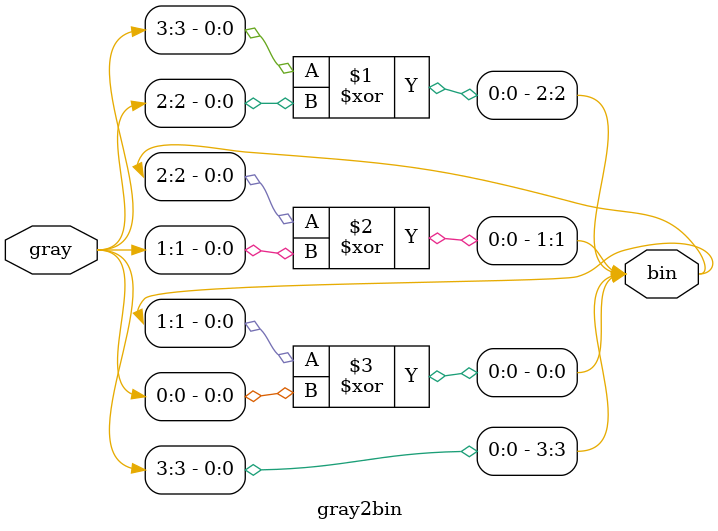
<source format=v>
`timescale 1ns / 1ps


module gray2bin #(parameter N = 4)(
  input  wire [N-1:0] gray,
  output wire [N-1:0] bin
);

  assign bin[N-1] = gray[N-1];

  genvar i;
  generate
    for (i = N-2; i >= 0; i = i - 1) begin : gray2bin_loop
      assign bin[i] = bin[i+1] ^ gray[i];
    end
  endgenerate
endmodule

</source>
